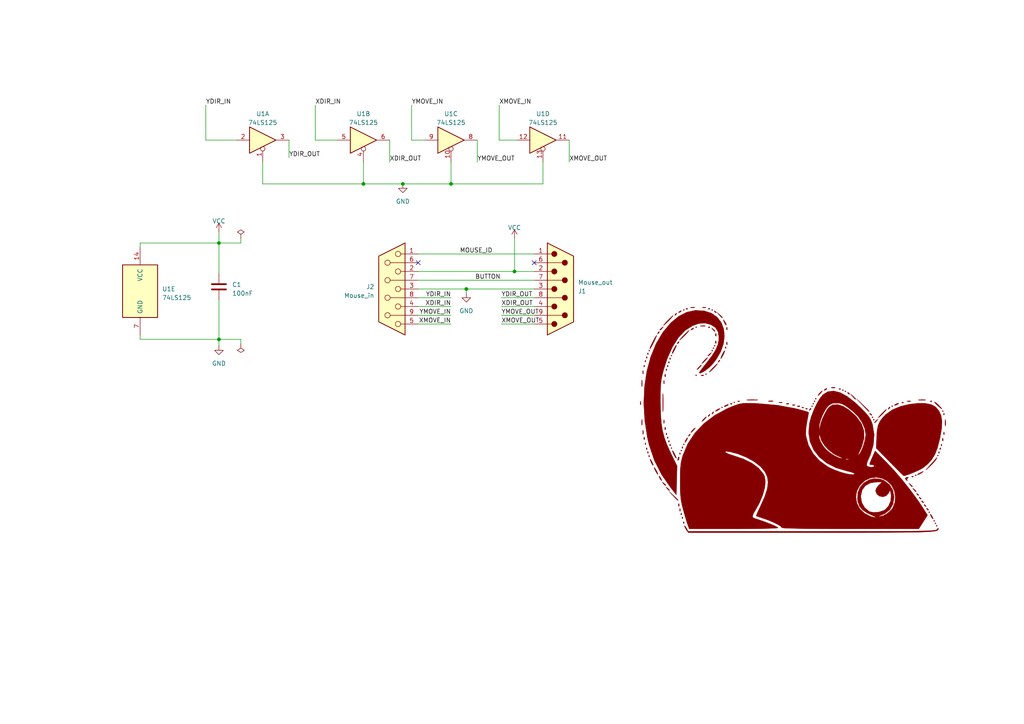
<source format=kicad_sch>
(kicad_sch (version 20230121) (generator eeschema)
  (paper "A4")
  (title_block (title "Apple II mouse cleaner") (rev ".1") (company "Wyolum.com"))
  (lib_symbols
    (symbol "power:GND" (power) (pin_names (offset 0))
      (property "Value" "GND" (at 0 -3.81 0))
      (symbol "GND_1_1"
        (pin power_in line (at 0 0 270) (length 0) hide (name "GND") (number "1"))
      )
    )
    (symbol "power:PWR_FLAG" (power) (pin_numbers hide) (pin_names (offset 0) hide)
      (property "Value" "PWR_FLAG" (at 0 3.81 0))
      (symbol "PWR_FLAG_0_0"
        (pin power_out line (at 0 0 90) (length 0) (name "pwr") (number "1"))
      )
    )
    (symbol "power:VCC" (power) (pin_names (offset 0))
      (property "Value" "VCC" (at 0 3.81 0))
      (symbol "VCC_1_1"
        (pin power_in line (at 0 0 90) (length 0) hide (name "VCC") (number "1"))
      )
    )
    (symbol "symbols:74LS125" (pin_names (offset 1.016))
      (property "Reference" "U" (at 0 1.27 0))
      (property "Value" "74LS125" (at 0 -1.27 0))
      (symbol "74LS125_1_0"
        (pin input inverted (at 0 -6.35 90) (length 4.445) (name "~") (number "1"))
        (pin input line (at -7.62 0 0) (length 3.81) (name "~") (number "2"))
        (pin tri_state line (at 7.62 0 180) (length 3.81) (name "~") (number "3"))
      )
      (symbol "74LS125_2_0"
        (pin input inverted (at 0 -6.35 90) (length 4.445) (name "~") (number "4"))
        (pin input line (at -7.62 0 0) (length 3.81) (name "~") (number "5"))
        (pin tri_state line (at 7.62 0 180) (length 3.81) (name "~") (number "6"))
      )
      (symbol "74LS125_3_0"
        (pin input inverted (at 0 -6.35 90) (length 4.445) (name "~") (number "10"))
        (pin tri_state line (at 7.62 0 180) (length 3.81) (name "~") (number "8"))
        (pin input line (at -7.62 0 0) (length 3.81) (name "~") (number "9"))
      )
      (symbol "74LS125_4_0"
        (pin tri_state line (at 7.62 0 180) (length 3.81) (name "~") (number "11"))
        (pin input line (at -7.62 0 0) (length 3.81) (name "~") (number "12"))
        (pin input inverted (at 0 -6.35 90) (length 4.445) (name "~") (number "13"))
      )
      (symbol "74LS125_5_0"
        (pin power_in line (at 0 12.7 270) (length 5.08) (name "VCC") (number "14"))
        (pin power_in line (at 0 -12.7 90) (length 5.08) (name "GND") (number "7"))
      )
    )
    (symbol "symbols:C" (pin_numbers hide) (pin_names (offset 0.254))
      (property "Reference" "C" (at 0.635 2.54 0))
      (property "Value" "C" (at 0.635 -2.54 0))
      (symbol "C_1_1"
        (pin passive line (at 0 3.81 270) (length 2.794) (name "~") (number "1"))
        (pin passive line (at 0 -3.81 90) (length 2.794) (name "~") (number "2"))
      )
    )
    (symbol "symbols:DE9_Plug" (pin_names (offset 1.016) hide)
      (property "Reference" "J" (at 0 13.97 0))
      (property "Value" "DE9_Plug" (at 0 -14.605 0))
      (symbol "DE9_Plug_1_1"
        (pin passive line (at -7.62 -10.16 0) (length 3.81) (name "1") (number "1"))
        (pin passive line (at -7.62 -5.08 0) (length 3.81) (name "2") (number "2"))
        (pin passive line (at -7.62 0 0) (length 3.81) (name "3") (number "3"))
        (pin passive line (at -7.62 5.08 0) (length 3.81) (name "4") (number "4"))
        (pin passive line (at -7.62 10.16 0) (length 3.81) (name "5") (number "5"))
        (pin passive line (at -7.62 -7.62 0) (length 3.81) (name "6") (number "6"))
        (pin passive line (at -7.62 -2.54 0) (length 3.81) (name "7") (number "7"))
        (pin passive line (at -7.62 2.54 0) (length 3.81) (name "8") (number "8"))
        (pin passive line (at -7.62 7.62 0) (length 3.81) (name "9") (number "9"))
      )
    )
    (symbol "symbols:DE9_Receptacle" (pin_names (offset 1.016) hide)
      (property "Reference" "J" (at 0 13.97 0))
      (property "Value" "DE9_Receptacle" (at 0 -14.605 0))
      (symbol "DE9_Receptacle_1_1"
        (pin passive line (at -7.62 10.16 0) (length 3.81) (name "1") (number "1"))
        (pin passive line (at -7.62 5.08 0) (length 3.81) (name "2") (number "2"))
        (pin passive line (at -7.62 0 0) (length 3.81) (name "3") (number "3"))
        (pin passive line (at -7.62 -5.08 0) (length 3.81) (name "4") (number "4"))
        (pin passive line (at -7.62 -10.16 0) (length 3.81) (name "5") (number "5"))
        (pin passive line (at -7.62 7.62 0) (length 3.81) (name "6") (number "6"))
        (pin passive line (at -7.62 2.54 0) (length 3.81) (name "7") (number "7"))
        (pin passive line (at -7.62 -2.54 0) (length 3.81) (name "8") (number "8"))
        (pin passive line (at -7.62 -7.62 0) (length 3.81) (name "9") (number "9"))
      )
    )
    (symbol "symbols:Mouse-" (pin_names (offset 1.016)))
  )
  (junction (at 105.41 53.34))
  (junction (at 63.5 98.425))
  (junction (at 130.81 53.34))
  (junction (at 135.255 83.82))
  (junction (at 116.84 53.34))
  (junction (at 149.225 78.74))
  (junction (at 63.5 70.485))
  (no_connect (at 121.285 76.2))
  (no_connect (at 154.94 76.2))
  (wire (pts (xy 121.285 93.98) (xy 130.81 93.98)))
  (wire (pts (xy 145.415 88.9) (xy 154.94 88.9)))
  (wire (pts (xy 123.19 40.64) (xy 119.38 40.64)))
  (wire (pts (xy 121.285 86.36) (xy 130.81 86.36)))
  (wire (pts (xy 121.285 78.74) (xy 149.225 78.74)))
  (wire (pts (xy 63.5 67.31) (xy 63.5 70.485)))
  (wire (pts (xy 135.255 83.82) (xy 135.255 85.09)))
  (wire (pts (xy 76.2 53.34) (xy 76.2 46.99)))
  (wire (pts (xy 69.85 69.215) (xy 69.85 70.485)))
  (wire (pts (xy 149.225 78.74) (xy 154.94 78.74)))
  (wire (pts (xy 119.38 30.48) (xy 119.38 40.64)))
  (wire (pts (xy 165.1 40.64) (xy 165.1 46.99)))
  (wire (pts (xy 138.43 40.64) (xy 138.43 46.99)))
  (wire (pts (xy 59.69 30.48) (xy 59.69 40.64)))
  (wire (pts (xy 144.78 30.48) (xy 144.78 40.64)))
  (wire (pts (xy 40.64 97.155) (xy 40.64 98.425)))
  (wire (pts (xy 69.85 99.695) (xy 69.85 98.425)))
  (wire (pts (xy 69.85 70.485) (xy 63.5 70.485)))
  (wire (pts (xy 63.5 98.425) (xy 63.5 100.33)))
  (wire (pts (xy 63.5 70.485) (xy 63.5 79.375)))
  (wire (pts (xy 145.415 86.36) (xy 154.94 86.36)))
  (wire (pts (xy 121.285 91.44) (xy 130.81 91.44)))
  (wire (pts (xy 40.64 98.425) (xy 63.5 98.425)))
  (wire (pts (xy 145.415 93.98) (xy 154.94 93.98)))
  (wire (pts (xy 40.64 70.485) (xy 63.5 70.485)))
  (wire (pts (xy 121.285 83.82) (xy 135.255 83.82)))
  (wire (pts (xy 116.84 53.34) (xy 105.41 53.34)))
  (wire (pts (xy 91.44 30.48) (xy 91.44 40.64)))
  (wire (pts (xy 83.82 40.64) (xy 83.82 45.72)))
  (wire (pts (xy 68.58 40.64) (xy 59.69 40.64)))
  (wire (pts (xy 105.41 46.99) (xy 105.41 53.34)))
  (wire (pts (xy 69.85 98.425) (xy 63.5 98.425)))
  (wire (pts (xy 157.48 46.99) (xy 157.48 53.34)))
  (wire (pts (xy 130.81 46.99) (xy 130.81 53.34)))
  (wire (pts (xy 149.86 40.64) (xy 144.78 40.64)))
  (wire (pts (xy 113.03 40.64) (xy 113.03 46.99)))
  (wire (pts (xy 63.5 86.995) (xy 63.5 98.425)))
  (wire (pts (xy 145.415 91.44) (xy 154.94 91.44)))
  (wire (pts (xy 97.79 40.64) (xy 91.44 40.64)))
  (wire (pts (xy 157.48 53.34) (xy 130.81 53.34)))
  (wire (pts (xy 130.81 53.34) (xy 116.84 53.34)))
  (wire (pts (xy 121.285 73.66) (xy 154.94 73.66)))
  (wire (pts (xy 121.285 81.28) (xy 154.94 81.28)))
  (wire (pts (xy 40.64 71.755) (xy 40.64 70.485)))
  (wire (pts (xy 121.285 88.9) (xy 130.81 88.9)))
  (wire (pts (xy 135.255 83.82) (xy 154.94 83.82)))
  (wire (pts (xy 149.225 69.215) (xy 149.225 78.74)))
  (wire (pts (xy 105.41 53.34) (xy 76.2 53.34)))
  (label "YMOVE_IN" (at 130.81 91.44 180) (property "Netclass" "Default" (effects hide)))
  (label "XMOVE_OUT" (at 165.1 46.99 0) (property "Netclass" "Default" (effects hide)))
  (label "YDIR_OUT" (at 145.415 86.36 0) (property "Netclass" "Default" (effects hide)))
  (label "XDIR_IN" (at 91.44 30.48 0) (property "Netclass" "Default" (effects hide)))
  (label "XMOVE_OUT" (at 145.415 93.98 0) (property "Netclass" "Default" (effects hide)))
  (label "YMOVE_IN" (at 119.38 30.48 0) (property "Netclass" "Default" (effects hide)))
  (label "MOUSE_ID" (at 133.35 73.66 0) (property "Netclass" "Default" (effects hide)))
  (label "BUTTON" (at 137.795 81.28 0))
  (label "XDIR_OUT" (at 113.03 46.99 0) (property "Netclass" "Default" (effects hide)))
  (label "YMOVE_OUT" (at 145.415 91.44 0))
  (label "YDIR_IN" (at 130.81 86.36 180) (property "Netclass" "Default" (effects hide)))
  (label "XDIR_IN" (at 130.81 88.9 180) (property "Netclass" "Default" (effects hide)))
  (label "YDIR_IN" (at 59.69 30.48 0) (property "Netclass" "Default" (effects hide)))
  (label "YDIR_OUT" (at 83.82 45.72 0) (property "Netclass" "Default" (effects hide)))
  (label "XMOVE_IN" (at 144.78 30.48 0) (property "Netclass" "Default" (effects hide)))
  (label "YMOVE_OUT" (at 138.43 46.99 0) (property "Netclass" "Default" (effects hide)))
  (label "XDIR_OUT" (at 145.415 88.9 0) (property "Netclass" "Default" (effects hide)))
  (label "XMOVE_IN" (at 130.81 93.98 180))
  (symbol (lib_id "power:GND") (at 135.255 85.09 0) (unit 1)
    (property "Reference" "#PWR03" (effects hide))
    (property "Value" "GND" (at 135.255 90.17 0))
  )
  (symbol (lib_id "symbols:DE9_Plug") (at 162.56 83.82 0) (mirror x) (unit 1)
    (property "Reference" "J1" (at 167.64 84.455 0) (effects (justify left)))
    (property "Value" "Mouse_out" (at 167.64 81.915 0) (effects (justify left)))
    (property "Footprint" "localfootprints:CONN_PLUG_A_DS_09_A_KG_T2S" (effects hide))
    (property "Datasheet" " ~" (effects hide))
  )
  (symbol (lib_id "power:GND") (at 63.5 100.33 0) (unit 1)
    (property "Reference" "#PWR04" (effects hide))
    (property "Value" "GND" (at 63.5 105.41 0))
  )
  (symbol (lib_id "power:VCC") (at 63.5 67.31 0) (unit 1)
    (property "Reference" "#PWR05" (effects hide))
    (property "Value" "VCC" (at 63.5 64.135 0))
  )
  (symbol (lib_id "symbols:74LS125") (at 105.41 40.64 0) (unit 2)
    (property "Reference" "U1" (at 105.41 33.02 0))
    (property "Value" "74LS125" (at 105.41 35.56 0))
    (property "Footprint" "localfootprints:SOIC-14_3.9x8.7mm_P1.27mm" (effects hide))
    (property "Datasheet" "http://www.ti.com/lit/gpn/sn74LS125" (effects hide))
  )
  (symbol (lib_id "symbols:74LS125") (at 157.48 40.64 0) (unit 4)
    (property "Reference" "U1" (at 157.48 33.02 0))
    (property "Value" "74LS125" (at 157.48 35.56 0))
    (property "Footprint" "localfootprints:SOIC-14_3.9x8.7mm_P1.27mm" (effects hide))
    (property "Datasheet" "http://www.ti.com/lit/gpn/sn74LS125" (effects hide))
  )
  (symbol (lib_id "power:PWR_FLAG") (at 69.85 99.695 180) (unit 1)
    (property "Reference" "#FLG02" (effects hide))
    (property "Value" "PWR_FLAG" (effects hide))
  )
  (symbol (lib_id "power:GND") (at 116.84 53.34 0) (unit 1)
    (property "Reference" "#PWR01" (effects hide))
    (property "Value" "GND" (at 116.84 58.42 0))
  )
  (symbol (lib_id "symbols:C") (at 63.5 83.185 0) (unit 1)
    (property "Reference" "C1" (at 67.31 82.55 0) (effects (justify left)))
    (property "Value" "100nF" (at 67.31 85.09 0) (effects (justify left)))
    (property "Footprint" "localfootprints:C_0805_2012Metric_Pad1.18x1.45mm_HandSolder" (effects hide))
  )
  (symbol (lib_id "symbols:Mouse-") (at 231.775 121.92 0) (unit 1)
    (property "Reference" "Logo1" (effects hide))
    (property "Value" "Mouse-" (effects hide))
    (property "Footprint" "localfootprints:Mouse+" (effects hide))
  )
  (symbol (lib_id "power:PWR_FLAG") (at 69.85 69.215 0) (unit 1)
    (property "Reference" "#FLG01" (effects hide))
    (property "Value" "PWR_FLAG" (effects hide))
  )
  (symbol (lib_id "symbols:74LS125") (at 40.64 84.455 0) (unit 5)
    (property "Reference" "U1" (at 46.99 83.82 0) (effects (justify left)))
    (property "Value" "74LS125" (at 46.99 86.36 0) (effects (justify left)))
    (property "Footprint" "localfootprints:SOIC-14_3.9x8.7mm_P1.27mm" (effects hide))
    (property "Datasheet" "http://www.ti.com/lit/gpn/sn74LS125" (effects hide))
  )
  (symbol (lib_id "power:VCC") (at 149.225 69.215 0) (unit 1)
    (property "Reference" "#PWR02" (effects hide))
    (property "Value" "VCC" (at 149.225 66.04 0))
  )
  (symbol (lib_id "symbols:74LS125") (at 76.2 40.64 0) (unit 1)
    (property "Reference" "U1" (at 76.2 33.02 0))
    (property "Value" "74LS125" (at 76.2 35.56 0))
    (property "Footprint" "localfootprints:SOIC-14_3.9x8.7mm_P1.27mm" (effects hide))
    (property "Datasheet" "http://www.ti.com/lit/gpn/sn74LS125" (effects hide))
  )
  (symbol (lib_id "symbols:DE9_Receptacle") (at 113.665 83.82 0) (mirror y) (unit 1)
    (property "Reference" "J2" (at 108.585 83.185 0) (effects (justify left)))
    (property "Value" "Mouse_in" (at 108.585 85.725 0) (effects (justify left)))
    (property "Footprint" "localfootprints:CONN_SOCKET_A-DF_09_A_KG-T4S" (effects hide))
    (property "Datasheet" " ~" (effects hide))
  )
  (symbol (lib_id "symbols:74LS125") (at 130.81 40.64 0) (unit 3)
    (property "Reference" "U1" (at 130.81 33.02 0))
    (property "Value" "74LS125" (at 130.81 35.56 0))
    (property "Footprint" "localfootprints:SOIC-14_3.9x8.7mm_P1.27mm" (effects hide))
    (property "Datasheet" "http://www.ti.com/lit/gpn/sn74LS125" (effects hide))
  )
)
</source>
